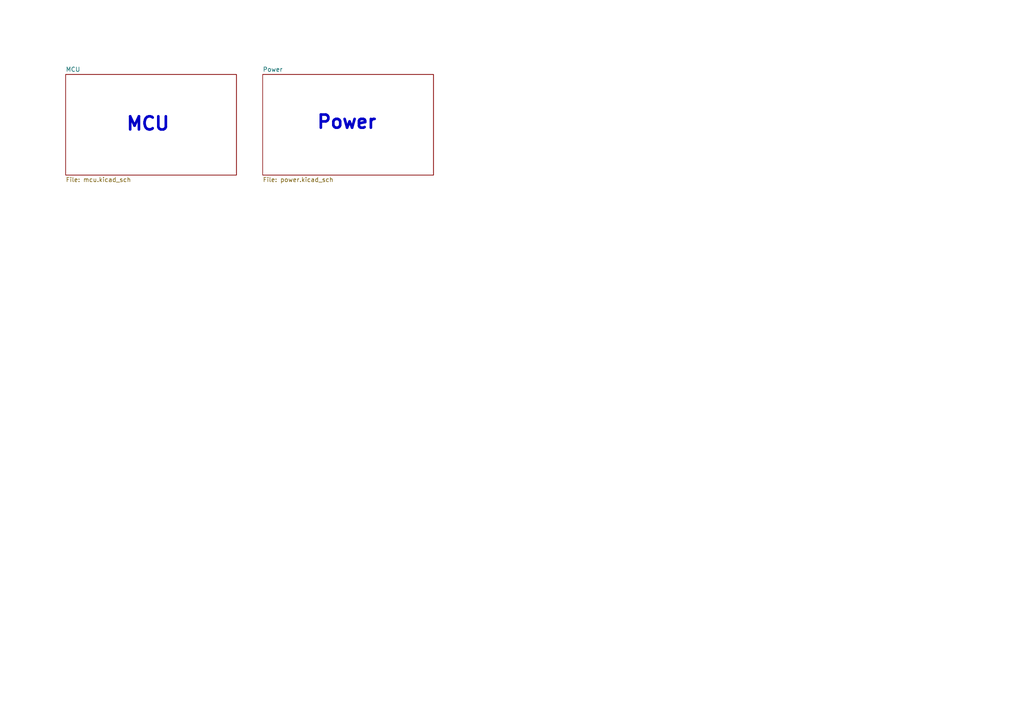
<source format=kicad_sch>
(kicad_sch
	(version 20250114)
	(generator "eeschema")
	(generator_version "9.0")
	(uuid "fb372521-2b29-434a-bb70-33c291621260")
	(paper "A4")
	(lib_symbols)
	(text "Power"
		(exclude_from_sim no)
		(at 100.584 35.56 0)
		(effects
			(font
				(size 3.81 3.81)
				(thickness 0.762)
				(bold yes)
			)
		)
		(uuid "760f62f7-7df8-43f4-960b-bc9cf13501ad")
	)
	(text "MCU"
		(exclude_from_sim no)
		(at 42.926 36.068 0)
		(effects
			(font
				(size 3.81 3.81)
				(thickness 0.762)
				(bold yes)
			)
		)
		(uuid "a2193f51-f717-4325-9bc7-fb0e59d17e84")
	)
	(sheet
		(at 19.05 21.59)
		(size 49.53 29.21)
		(exclude_from_sim no)
		(in_bom yes)
		(on_board yes)
		(dnp no)
		(fields_autoplaced yes)
		(stroke
			(width 0.1524)
			(type solid)
		)
		(fill
			(color 0 0 0 0.0000)
		)
		(uuid "06128d97-5d39-49a0-8252-b0558ee5cb54")
		(property "Sheetname" "MCU"
			(at 19.05 20.8784 0)
			(effects
				(font
					(size 1.27 1.27)
				)
				(justify left bottom)
			)
		)
		(property "Sheetfile" "mcu.kicad_sch"
			(at 19.05 51.3846 0)
			(effects
				(font
					(size 1.27 1.27)
				)
				(justify left top)
			)
		)
		(instances
			(project "Wear Camera"
				(path "/fb372521-2b29-434a-bb70-33c291621260"
					(page "2")
				)
			)
		)
	)
	(sheet
		(at 76.2 21.59)
		(size 49.53 29.21)
		(exclude_from_sim no)
		(in_bom yes)
		(on_board yes)
		(dnp no)
		(fields_autoplaced yes)
		(stroke
			(width 0.1524)
			(type solid)
		)
		(fill
			(color 0 0 0 0.0000)
		)
		(uuid "d3604591-d902-440d-a704-204bd90ced23")
		(property "Sheetname" "Power"
			(at 76.2 20.8784 0)
			(effects
				(font
					(size 1.27 1.27)
				)
				(justify left bottom)
			)
		)
		(property "Sheetfile" "power.kicad_sch"
			(at 76.2 51.3846 0)
			(effects
				(font
					(size 1.27 1.27)
				)
				(justify left top)
			)
		)
		(instances
			(project "Wear Camera"
				(path "/fb372521-2b29-434a-bb70-33c291621260"
					(page "3")
				)
			)
		)
	)
	(sheet_instances
		(path "/"
			(page "1")
		)
	)
	(embedded_fonts no)
)

</source>
